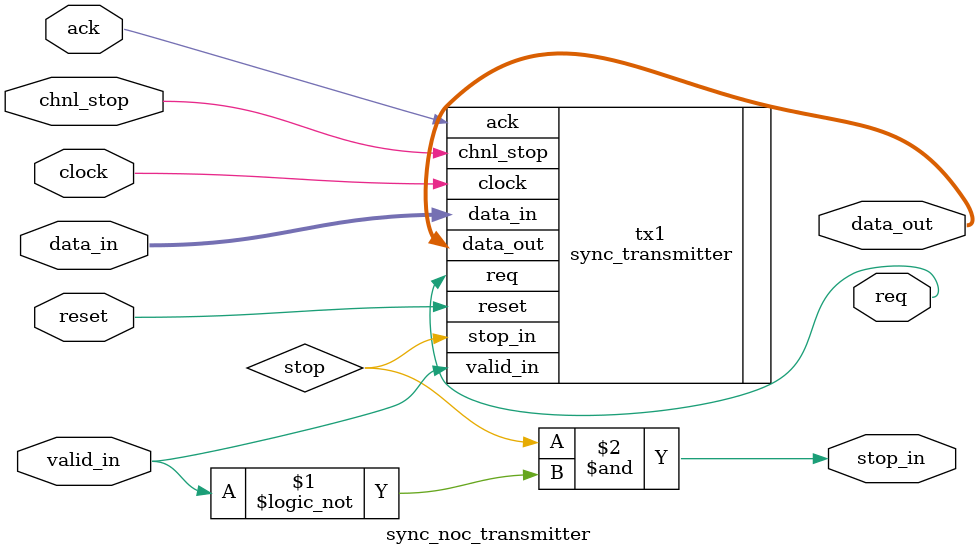
<source format=v>
module sync_noc_transmitter (
     			  clock, 
			  reset,     // reset is active low
			  valid_in,  // valid is also active low
			  stop_in,
			  ack, 
			  req,
			  data_in,
			  data_out,
			  chnl_stop);

   parameter DATA_WIDTH = 34;
//------------Input Ports-----------------
   input 	           clock;
   input 		   reset;
   input 		   valid_in;
   input 		   ack;
   input [DATA_WIDTH-1:0]  data_in;
   input 		   chnl_stop;
//------------Output Ports-----------------
   output                  req; 
   output [DATA_WIDTH-1:0] data_out;
   output 		   stop_in;
//------------Input Ports Data Type-----------------
   wire 		   clock; 
   wire 		   reset;
   wire 		   valid_in;
   wire 		   ack;
   wire [DATA_WIDTH-1:0]   data_in;
//------------Output Ports Data Type-----------------
   wire			   req;
   wire [DATA_WIDTH-1:0]   data_out;
   wire 		   stop_in;
//------------Internal Variables-----------------
   wire			   stop;
//------------Component Instantiation-----------------
   sync_transmitter tx1 (
			 .clock(clock), 
			 .reset(reset), 
			 .valid_in(valid_in), 
			 .stop_in(stop), 
			 .ack(ack), 
			 .req(req), 
			 .data_in(data_in), 
			 .data_out(data_out), 
			 .chnl_stop(chnl_stop) );

//------------stop_in constraint for NoC-----------------
   assign stop_in = stop & !valid_in;

endmodule // sync_noc_transmitter

</source>
